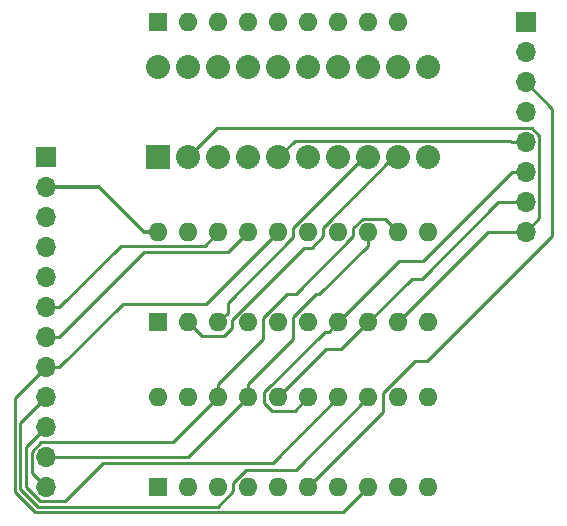
<source format=gtl>
G04 #@! TF.GenerationSoftware,KiCad,Pcbnew,(5.1.2)-2*
G04 #@! TF.CreationDate,2019-08-11T20:37:08+02:00*
G04 #@! TF.ProjectId,Instruction-Register,496e7374-7275-4637-9469-6f6e2d526567,rev?*
G04 #@! TF.SameCoordinates,Original*
G04 #@! TF.FileFunction,Copper,L1,Top*
G04 #@! TF.FilePolarity,Positive*
%FSLAX46Y46*%
G04 Gerber Fmt 4.6, Leading zero omitted, Abs format (unit mm)*
G04 Created by KiCad (PCBNEW (5.1.2)-2) date 2019-08-11 20:37:08*
%MOMM*%
%LPD*%
G04 APERTURE LIST*
%ADD10O,1.700000X1.700000*%
%ADD11R,1.700000X1.700000*%
%ADD12R,2.032000X2.032000*%
%ADD13C,2.032000*%
%ADD14O,1.600000X1.600000*%
%ADD15R,1.600000X1.600000*%
%ADD16C,0.250000*%
%ADD17C,0.350000*%
G04 APERTURE END LIST*
D10*
X74295000Y-39370000D03*
X74295000Y-36830000D03*
X74295000Y-34290000D03*
X74295000Y-31750000D03*
X74295000Y-29210000D03*
X74295000Y-26670000D03*
X74295000Y-24130000D03*
D11*
X74295000Y-21590000D03*
D10*
X33655000Y-60960000D03*
X33655000Y-58420000D03*
X33655000Y-55880000D03*
X33655000Y-53340000D03*
X33655000Y-50800000D03*
X33655000Y-48260000D03*
X33655000Y-45720000D03*
X33655000Y-43180000D03*
X33655000Y-40640000D03*
X33655000Y-38100000D03*
X33655000Y-35560000D03*
D11*
X33655000Y-33020000D03*
D12*
X43180000Y-33020000D03*
D13*
X45720000Y-33020000D03*
X48260000Y-33020000D03*
X50800000Y-33020000D03*
X60960000Y-25400000D03*
X58420000Y-25400000D03*
X55880000Y-25400000D03*
X53340000Y-25400000D03*
X53340000Y-33020000D03*
X55880000Y-33020000D03*
X58420000Y-33020000D03*
X60960000Y-33020000D03*
X63500000Y-25400000D03*
X66040000Y-25400000D03*
X66040000Y-33020000D03*
X63500000Y-33020000D03*
X50800000Y-25400000D03*
X48260000Y-25400000D03*
X45720000Y-25400000D03*
X43180000Y-25400000D03*
D14*
X43180000Y-39370000D03*
X66040000Y-46990000D03*
X45720000Y-39370000D03*
X63500000Y-46990000D03*
X48260000Y-39370000D03*
X60960000Y-46990000D03*
X50800000Y-39370000D03*
X58420000Y-46990000D03*
X53340000Y-39370000D03*
X55880000Y-46990000D03*
X55880000Y-39370000D03*
X53340000Y-46990000D03*
X58420000Y-39370000D03*
X50800000Y-46990000D03*
X60960000Y-39370000D03*
X48260000Y-46990000D03*
X63500000Y-39370000D03*
X45720000Y-46990000D03*
X66040000Y-39370000D03*
D15*
X43180000Y-46990000D03*
X43180000Y-60960000D03*
D14*
X66040000Y-53340000D03*
X45720000Y-60960000D03*
X63500000Y-53340000D03*
X48260000Y-60960000D03*
X60960000Y-53340000D03*
X50800000Y-60960000D03*
X58420000Y-53340000D03*
X53340000Y-60960000D03*
X55880000Y-53340000D03*
X55880000Y-60960000D03*
X53340000Y-53340000D03*
X58420000Y-60960000D03*
X50800000Y-53340000D03*
X60960000Y-60960000D03*
X48260000Y-53340000D03*
X63500000Y-60960000D03*
X45720000Y-53340000D03*
X66040000Y-60960000D03*
X43180000Y-53340000D03*
D15*
X43180000Y-21590000D03*
D14*
X45720000Y-21590000D03*
X48260000Y-21590000D03*
X50800000Y-21590000D03*
X53340000Y-21590000D03*
X55880000Y-21590000D03*
X58420000Y-21590000D03*
X60960000Y-21590000D03*
X63500000Y-21590000D03*
D16*
X63101200Y-33020000D02*
X63500000Y-33020000D01*
X57150000Y-39703600D02*
X57150000Y-38971200D01*
X56186700Y-40666900D02*
X57150000Y-39703600D01*
X45720000Y-46990000D02*
X46860500Y-48130500D01*
X48727000Y-48130500D02*
X49418100Y-47439400D01*
X57150000Y-38971200D02*
X63101200Y-33020000D01*
X49418100Y-47439400D02*
X49418100Y-46755500D01*
X49418100Y-46755500D02*
X55506700Y-40666900D01*
X46860500Y-48130500D02*
X48727000Y-48130500D01*
X55506700Y-40666900D02*
X56186700Y-40666900D01*
X73119700Y-31750000D02*
X72988900Y-31619200D01*
X72988900Y-31619200D02*
X54740800Y-31619200D01*
X54740800Y-31619200D02*
X53340000Y-33020000D01*
X74295000Y-31750000D02*
X73119700Y-31750000D01*
X34830300Y-45720000D02*
X33655000Y-45720000D01*
X40055000Y-40495300D02*
X34830300Y-45720000D01*
X47134700Y-40495300D02*
X40055000Y-40495300D01*
X48260000Y-39370000D02*
X47134700Y-40495300D01*
X31966000Y-57569000D02*
X33655000Y-55880000D01*
X58420000Y-53340000D02*
X52889600Y-58870400D01*
X52889600Y-58870400D02*
X38555200Y-58870400D01*
X38555200Y-58870400D02*
X35275300Y-62150300D01*
X35275300Y-62150300D02*
X33163100Y-62150300D01*
X33163100Y-62150300D02*
X31966000Y-60953200D01*
X31966000Y-60953200D02*
X31966000Y-57569000D01*
X34830300Y-48260000D02*
X33655000Y-48260000D01*
X42025100Y-41065200D02*
X34830300Y-48260000D01*
X49104800Y-41065200D02*
X42025100Y-41065200D01*
X50800000Y-39370000D02*
X49104800Y-41065200D01*
X50800000Y-52889900D02*
X50800000Y-53340000D01*
X50800000Y-52889900D02*
X50800000Y-52214700D01*
X54610000Y-46564000D02*
X54610000Y-48404700D01*
X54610000Y-48404700D02*
X50800000Y-52214700D01*
X56843370Y-44618000D02*
X56556000Y-44618000D01*
X60960000Y-40501370D02*
X56843370Y-44618000D01*
X60960000Y-39370000D02*
X60960000Y-40501370D01*
X56556000Y-44618000D02*
X54610000Y-46564000D01*
X45720000Y-58420000D02*
X44069000Y-58420000D01*
X50800000Y-53340000D02*
X45720000Y-58420000D01*
X44069000Y-58420000D02*
X33655000Y-58420000D01*
X60585500Y-33020000D02*
X60960000Y-33020000D01*
X54610000Y-38995500D02*
X60585500Y-33020000D01*
X54610000Y-39796000D02*
X54610000Y-38995500D01*
X49059999Y-45346001D02*
X54610000Y-39796000D01*
X49059999Y-46190001D02*
X49059999Y-45346001D01*
X48260000Y-46990000D02*
X49059999Y-46190001D01*
X74295000Y-34290000D02*
X73119700Y-34290000D01*
X63579650Y-41830350D02*
X65579350Y-41830350D01*
X58420000Y-46990000D02*
X63579650Y-41830350D01*
X65579350Y-41830350D02*
X73119700Y-34290000D01*
X54732000Y-54488000D02*
X55880000Y-53340000D01*
X58420000Y-46990000D02*
X57620001Y-47789999D01*
X57620001Y-47789999D02*
X57277901Y-47789999D01*
X57277901Y-47789999D02*
X52167400Y-52900500D01*
X52167400Y-52900500D02*
X52167400Y-53795500D01*
X52167400Y-53795500D02*
X52859900Y-54488000D01*
X52859900Y-54488000D02*
X54732000Y-54488000D01*
X76558600Y-28933600D02*
X74295000Y-26670000D01*
X55880000Y-60960000D02*
X62230000Y-54610000D01*
X62230000Y-54610000D02*
X62230000Y-52998100D01*
X64939500Y-50288600D02*
X65918000Y-50288600D01*
X65918000Y-50288600D02*
X76558600Y-39648000D01*
X62230000Y-52998100D02*
X64939500Y-50288600D01*
X76558600Y-39648000D02*
X76558600Y-28933600D01*
X71988100Y-36830000D02*
X74295000Y-36830000D01*
X65521550Y-43296550D02*
X71988100Y-36830000D01*
X64653450Y-43296550D02*
X65521550Y-43296550D01*
X60960000Y-46990000D02*
X64653450Y-43296550D01*
X53340000Y-53340000D02*
X57426550Y-49253450D01*
X58696550Y-49253450D02*
X57426550Y-49253450D01*
X60960000Y-46990000D02*
X58696550Y-49253450D01*
X34830300Y-50800000D02*
X33655000Y-50800000D01*
X40194200Y-45436100D02*
X34830300Y-50800000D01*
X47273900Y-45436100D02*
X40194200Y-45436100D01*
X53340000Y-39370000D02*
X47273900Y-45436100D01*
X31065300Y-53389700D02*
X33655000Y-50800000D01*
X31065300Y-61326300D02*
X31065300Y-53389700D01*
X32790000Y-63051000D02*
X31065300Y-61326300D01*
X58869000Y-63051000D02*
X32790000Y-63051000D01*
X60960000Y-60960000D02*
X58869000Y-63051000D01*
X48260000Y-52214700D02*
X48260000Y-52777300D01*
X52070000Y-48404700D02*
X48260000Y-52214700D01*
X52070000Y-46585300D02*
X52070000Y-48404700D01*
X54087500Y-44567800D02*
X52070000Y-46585300D01*
X63500000Y-39370000D02*
X62374700Y-38244700D01*
X62374700Y-38244700D02*
X60492100Y-38244700D01*
X60492100Y-38244700D02*
X59689300Y-39047500D01*
X59689300Y-39047500D02*
X59689300Y-39697300D01*
X48260000Y-52777300D02*
X48260000Y-53340000D01*
X59689300Y-39697300D02*
X54818800Y-44567800D01*
X54818800Y-44567800D02*
X54087500Y-44567800D01*
X32468600Y-59773600D02*
X33655000Y-60960000D01*
X32468600Y-57943200D02*
X32468600Y-59773600D01*
X33261800Y-57150000D02*
X32468600Y-57943200D01*
X44450000Y-57150000D02*
X33261800Y-57150000D01*
X48260000Y-53340000D02*
X44450000Y-57150000D01*
X31515600Y-55479400D02*
X33655000Y-53340000D01*
X31515600Y-61139700D02*
X31515600Y-55479400D01*
X32976600Y-62600700D02*
X31515600Y-61139700D01*
X60960000Y-53340000D02*
X54838300Y-59461700D01*
X54838300Y-59461700D02*
X50641600Y-59461700D01*
X50641600Y-59461700D02*
X49530000Y-60573300D01*
X49530000Y-60573300D02*
X49530000Y-61310700D01*
X49530000Y-61310700D02*
X48240000Y-62600700D01*
X48240000Y-62600700D02*
X32976600Y-62600700D01*
X48171500Y-30568500D02*
X45720000Y-33020000D01*
X74850800Y-30568500D02*
X48171500Y-30568500D01*
X75470300Y-31188000D02*
X74850800Y-30568500D01*
X75470300Y-38194700D02*
X75470300Y-31188000D01*
X74295000Y-39370000D02*
X75470300Y-38194700D01*
X71120000Y-39370000D02*
X72771000Y-39370000D01*
X63500000Y-46990000D02*
X71120000Y-39370000D01*
X72771000Y-39370000D02*
X74295000Y-39370000D01*
D17*
X43180000Y-39370000D02*
X42004700Y-39370000D01*
X42004700Y-39370000D02*
X38194700Y-35560000D01*
X38194700Y-35560000D02*
X33655000Y-35560000D01*
M02*

</source>
